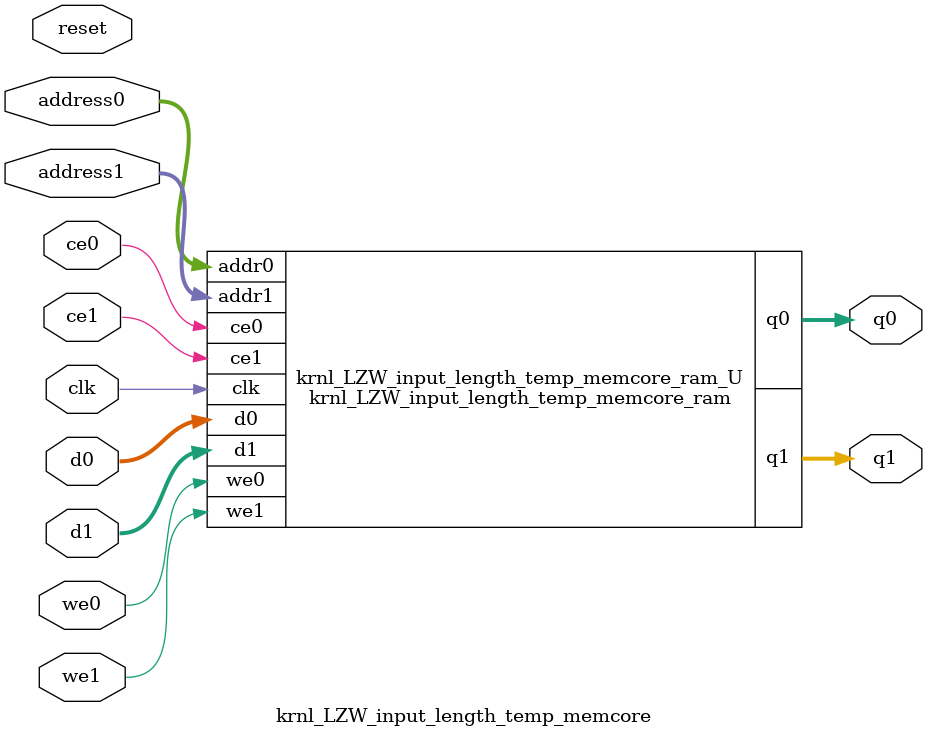
<source format=v>
`timescale 1 ns / 1 ps
module krnl_LZW_input_length_temp_memcore_ram (addr0, ce0, d0, we0, q0, addr1, ce1, d1, we1, q1,  clk);

parameter DWIDTH = 16;
parameter AWIDTH = 3;
parameter MEM_SIZE = 8;

input[AWIDTH-1:0] addr0;
input ce0;
input[DWIDTH-1:0] d0;
input we0;
output reg[DWIDTH-1:0] q0;
input[AWIDTH-1:0] addr1;
input ce1;
input[DWIDTH-1:0] d1;
input we1;
output reg[DWIDTH-1:0] q1;
input clk;

reg [DWIDTH-1:0] ram[0:MEM_SIZE-1];




always @(posedge clk)  
begin 
    if (ce0) begin
        if (we0) 
            ram[addr0] <= d0; 
        q0 <= ram[addr0];
    end
end


always @(posedge clk)  
begin 
    if (ce1) begin
        if (we1) 
            ram[addr1] <= d1; 
        q1 <= ram[addr1];
    end
end


endmodule

`timescale 1 ns / 1 ps
module krnl_LZW_input_length_temp_memcore(
    reset,
    clk,
    address0,
    ce0,
    we0,
    d0,
    q0,
    address1,
    ce1,
    we1,
    d1,
    q1);

parameter DataWidth = 32'd16;
parameter AddressRange = 32'd8;
parameter AddressWidth = 32'd3;
input reset;
input clk;
input[AddressWidth - 1:0] address0;
input ce0;
input we0;
input[DataWidth - 1:0] d0;
output[DataWidth - 1:0] q0;
input[AddressWidth - 1:0] address1;
input ce1;
input we1;
input[DataWidth - 1:0] d1;
output[DataWidth - 1:0] q1;



krnl_LZW_input_length_temp_memcore_ram krnl_LZW_input_length_temp_memcore_ram_U(
    .clk( clk ),
    .addr0( address0 ),
    .ce0( ce0 ),
    .we0( we0 ),
    .d0( d0 ),
    .q0( q0 ),
    .addr1( address1 ),
    .ce1( ce1 ),
    .we1( we1 ),
    .d1( d1 ),
    .q1( q1 ));

endmodule


</source>
